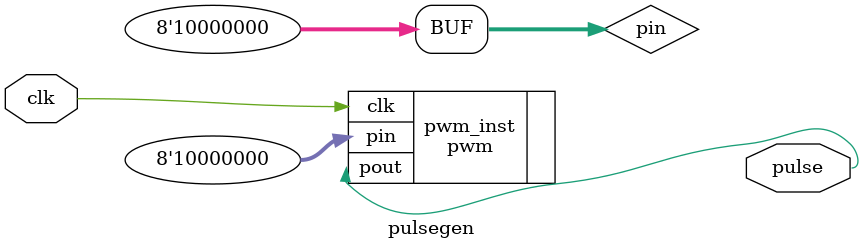
<source format=v>
`timescale 1ns / 1ps

module pulsegen(clk,pulse);
input clk;
output pulse;

wire [7:0] pin;
assign pin = 128;

pwm pwm_inst(.pin(pin), .pout(pulse), .clk(clk));

endmodule

</source>
